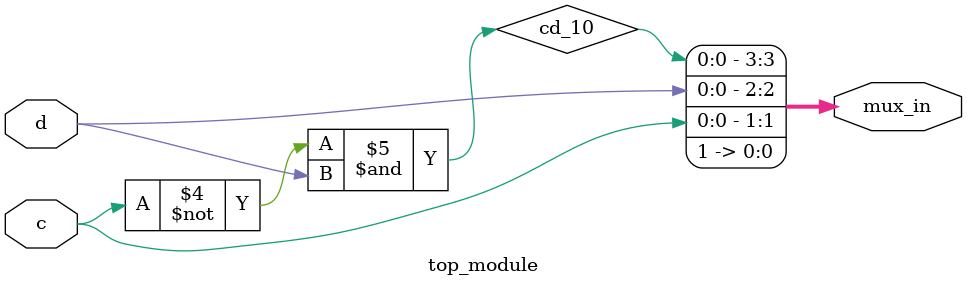
<source format=sv>
module top_module (
    input c,
    input d,
    output [3:0] mux_in
);

wire cd_01, cd_11, cd_10;

assign mux_in[0] = 1'b1;
assign mux_in[1] = c;
assign mux_in[2] = d;
assign mux_in[3] = cd_10;

assign cd_01 = c & ~d;
assign cd_11 = c & d;
assign cd_10 = ~c & d;

endmodule

</source>
